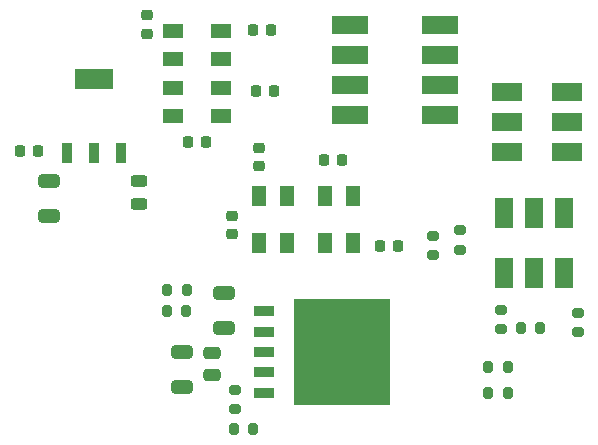
<source format=gbr>
%TF.GenerationSoftware,KiCad,Pcbnew,8.0.6*%
%TF.CreationDate,2025-02-05T13:06:53-05:00*%
%TF.ProjectId,kmh_RTx,6b6d685f-5254-4782-9e6b-696361645f70,rev?*%
%TF.SameCoordinates,Original*%
%TF.FileFunction,Paste,Top*%
%TF.FilePolarity,Positive*%
%FSLAX46Y46*%
G04 Gerber Fmt 4.6, Leading zero omitted, Abs format (unit mm)*
G04 Created by KiCad (PCBNEW 8.0.6) date 2025-02-05 13:06:53*
%MOMM*%
%LPD*%
G01*
G04 APERTURE LIST*
G04 Aperture macros list*
%AMRoundRect*
0 Rectangle with rounded corners*
0 $1 Rounding radius*
0 $2 $3 $4 $5 $6 $7 $8 $9 X,Y pos of 4 corners*
0 Add a 4 corners polygon primitive as box body*
4,1,4,$2,$3,$4,$5,$6,$7,$8,$9,$2,$3,0*
0 Add four circle primitives for the rounded corners*
1,1,$1+$1,$2,$3*
1,1,$1+$1,$4,$5*
1,1,$1+$1,$6,$7*
1,1,$1+$1,$8,$9*
0 Add four rect primitives between the rounded corners*
20,1,$1+$1,$2,$3,$4,$5,0*
20,1,$1+$1,$4,$5,$6,$7,0*
20,1,$1+$1,$6,$7,$8,$9,0*
20,1,$1+$1,$8,$9,$2,$3,0*%
G04 Aperture macros list end*
%ADD10R,1.650000X2.540000*%
%ADD11RoundRect,0.200000X-0.275000X0.200000X-0.275000X-0.200000X0.275000X-0.200000X0.275000X0.200000X0*%
%ADD12R,2.540000X1.650000*%
%ADD13RoundRect,0.200000X0.200000X0.275000X-0.200000X0.275000X-0.200000X-0.275000X0.200000X-0.275000X0*%
%ADD14RoundRect,0.225000X-0.250000X0.225000X-0.250000X-0.225000X0.250000X-0.225000X0.250000X0.225000X0*%
%ADD15RoundRect,0.250000X0.650000X-0.325000X0.650000X0.325000X-0.650000X0.325000X-0.650000X-0.325000X0*%
%ADD16R,0.950000X1.750000*%
%ADD17R,3.200000X1.750000*%
%ADD18R,3.050000X1.520000*%
%ADD19RoundRect,0.225000X-0.225000X-0.250000X0.225000X-0.250000X0.225000X0.250000X-0.225000X0.250000X0*%
%ADD20R,1.800000X1.200000*%
%ADD21RoundRect,0.225000X0.225000X0.250000X-0.225000X0.250000X-0.225000X-0.250000X0.225000X-0.250000X0*%
%ADD22RoundRect,0.250000X0.475000X-0.250000X0.475000X0.250000X-0.475000X0.250000X-0.475000X-0.250000X0*%
%ADD23R,1.752600X0.889000*%
%ADD24R,8.204200X8.991600*%
%ADD25RoundRect,0.200000X-0.200000X-0.275000X0.200000X-0.275000X0.200000X0.275000X-0.200000X0.275000X0*%
%ADD26RoundRect,0.243750X-0.456250X0.243750X-0.456250X-0.243750X0.456250X-0.243750X0.456250X0.243750X0*%
%ADD27R,1.200000X1.800000*%
%ADD28RoundRect,0.250000X-0.650000X0.325000X-0.650000X-0.325000X0.650000X-0.325000X0.650000X0.325000X0*%
%ADD29RoundRect,0.225000X0.250000X-0.225000X0.250000X0.225000X-0.250000X0.225000X-0.250000X-0.225000X0*%
%ADD30RoundRect,0.200000X0.275000X-0.200000X0.275000X0.200000X-0.275000X0.200000X-0.275000X-0.200000X0*%
G04 APERTURE END LIST*
D10*
%TO.C,T2*%
X135830000Y-48290000D03*
X133290000Y-48290000D03*
X130750000Y-48290000D03*
X130750000Y-43210000D03*
X133290000Y-43210000D03*
X135830000Y-43210000D03*
%TD*%
D11*
%TO.C,R10*%
X124750000Y-45175000D03*
X124750000Y-46825000D03*
%TD*%
%TO.C,R9*%
X127000000Y-44675000D03*
X127000000Y-46325000D03*
%TD*%
D12*
%TO.C,T1*%
X130960000Y-32960000D03*
X130960000Y-35500000D03*
X130960000Y-38040000D03*
X136040000Y-38040000D03*
X136040000Y-35500000D03*
X136040000Y-32960000D03*
%TD*%
D13*
%TO.C,R5*%
X131075000Y-58500000D03*
X129425000Y-58500000D03*
%TD*%
%TO.C,R8*%
X103900000Y-49750000D03*
X102250000Y-49750000D03*
%TD*%
%TO.C,R3*%
X133825000Y-53000000D03*
X132175000Y-53000000D03*
%TD*%
D14*
%TO.C,C4*%
X110000000Y-37725000D03*
X110000000Y-39275000D03*
%TD*%
D15*
%TO.C,C12*%
X107000000Y-52975000D03*
X107000000Y-50025000D03*
%TD*%
D16*
%TO.C,IC2*%
X93700000Y-38150000D03*
X96000000Y-38150000D03*
X98300000Y-38150000D03*
D17*
X96000000Y-31850000D03*
%TD*%
D18*
%TO.C,U1*%
X125310000Y-34910000D03*
X125310000Y-32370000D03*
X125310000Y-29830000D03*
X125310000Y-27290000D03*
X117690000Y-27290000D03*
X117690000Y-29830000D03*
X117690000Y-32370000D03*
X117690000Y-34910000D03*
%TD*%
D11*
%TO.C,R7*%
X108000000Y-58175000D03*
X108000000Y-59825000D03*
%TD*%
D19*
%TO.C,C5*%
X103975000Y-37250000D03*
X105525000Y-37250000D03*
%TD*%
D20*
%TO.C,X4*%
X102750000Y-30200000D03*
X106750000Y-30200000D03*
X106750000Y-27800000D03*
X102750000Y-27800000D03*
%TD*%
D21*
%TO.C,C16*%
X91275000Y-38000000D03*
X89725000Y-38000000D03*
%TD*%
D15*
%TO.C,C13*%
X103500000Y-57975000D03*
X103500000Y-55025000D03*
%TD*%
D21*
%TO.C,C6*%
X111285000Y-32900000D03*
X109735000Y-32900000D03*
%TD*%
%TO.C,C1*%
X117025000Y-38750000D03*
X115475000Y-38750000D03*
%TD*%
D22*
%TO.C,C14*%
X106000000Y-56950000D03*
X106000000Y-55050000D03*
%TD*%
D21*
%TO.C,C8*%
X111025000Y-27750000D03*
X109475000Y-27750000D03*
%TD*%
D23*
%TO.C,U2*%
X110421400Y-51559999D03*
X110421400Y-53279998D03*
X110421400Y-55000000D03*
X110421400Y-56719999D03*
X110421400Y-58439998D03*
D24*
X117000000Y-55000000D03*
%TD*%
D19*
%TO.C,C2*%
X120225000Y-46000000D03*
X121775000Y-46000000D03*
%TD*%
D20*
%TO.C,X3*%
X102750000Y-35025000D03*
X106750000Y-35025000D03*
X106750000Y-32625000D03*
X102750000Y-32625000D03*
%TD*%
D13*
%TO.C,R12*%
X131075000Y-56250000D03*
X129425000Y-56250000D03*
%TD*%
D25*
%TO.C,R1*%
X102175000Y-51500000D03*
X103825000Y-51500000D03*
%TD*%
D11*
%TO.C,R2*%
X130500000Y-53075000D03*
X130500000Y-51425000D03*
%TD*%
D25*
%TO.C,R6*%
X107850000Y-61500000D03*
X109500000Y-61500000D03*
%TD*%
D26*
%TO.C,C17*%
X99800000Y-40562500D03*
X99800000Y-42437500D03*
%TD*%
D27*
%TO.C,X2*%
X112400000Y-45750000D03*
X112400000Y-41750000D03*
X110000000Y-41750000D03*
X110000000Y-45750000D03*
%TD*%
D28*
%TO.C,C15*%
X92250000Y-40525000D03*
X92250000Y-43475000D03*
%TD*%
D29*
%TO.C,C3*%
X107750000Y-45000000D03*
X107750000Y-43450000D03*
%TD*%
%TO.C,C7*%
X100500000Y-28050000D03*
X100500000Y-26500000D03*
%TD*%
D27*
%TO.C,X1*%
X117950000Y-45750000D03*
X117950000Y-41750000D03*
X115550000Y-41750000D03*
X115550000Y-45750000D03*
%TD*%
D30*
%TO.C,R4*%
X137000000Y-53325000D03*
X137000000Y-51675000D03*
%TD*%
M02*

</source>
